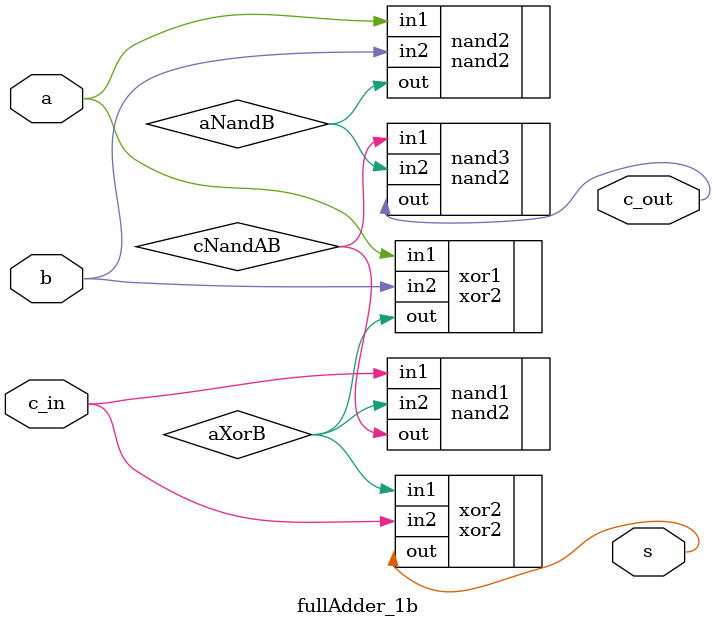
<source format=v>
/*
    CS/ECE 552 FALL '22
    Homework #2, Problem 1
    
    a 1-bit full adder
*/
module fullAdder_1b(s, c_out, a, b, c_in);
    output s;
    output c_out;
	input  a, b;
    input  c_in;

    wire aXorB;
    wire cNandAB;
    wire aNandB;

    xor2 xor1 (.in1(a), .in2(b), .out(aXorB));
    xor2 xor2 (.in1(aXorB), .in2(c_in), .out(s));
    
    nand2 nand1 (.in1(c_in), .in2(aXorB), .out(cNandAB));
    nand2 nand2 (.in1(a), .in2(b), .out(aNandB));
    nand2 nand3 (.in1(cNandAB), .in2(aNandB), .out(c_out));

endmodule

</source>
